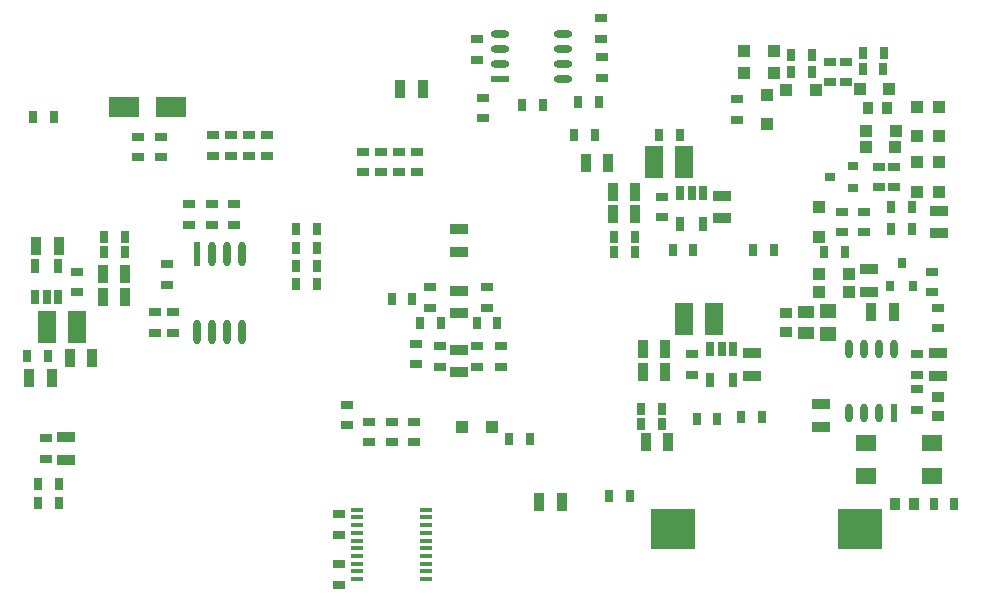
<source format=gbp>
G04 #@! TF.GenerationSoftware,KiCad,Pcbnew,5.0.0-rc3+dfsg1-1*
G04 #@! TF.CreationDate,2018-07-13T11:49:00+02:00*
G04 #@! TF.ProjectId,ulx3s,756C7833732E6B696361645F70636200,rev?*
G04 #@! TF.SameCoordinates,Original*
G04 #@! TF.FileFunction,Paste,Bot*
G04 #@! TF.FilePolarity,Positive*
%FSLAX46Y46*%
G04 Gerber Fmt 4.6, Leading zero omitted, Abs format (unit mm)*
G04 Created by KiCad (PCBNEW 5.0.0-rc3+dfsg1-1) date Fri Jul 13 11:49:00 2018*
%MOMM*%
%LPD*%
G01*
G04 APERTURE LIST*
%ADD10R,0.670000X1.000000*%
%ADD11R,3.700000X3.500000*%
%ADD12R,1.550000X0.600000*%
%ADD13O,1.550000X0.600000*%
%ADD14R,0.600000X2.100000*%
%ADD15O,0.600000X2.100000*%
%ADD16R,0.600000X1.550000*%
%ADD17O,0.600000X1.550000*%
%ADD18R,1.000000X0.400000*%
%ADD19R,0.700000X1.200000*%
%ADD20R,1.800000X1.400000*%
%ADD21R,0.970000X1.500000*%
%ADD22R,1.500000X0.970000*%
%ADD23R,1.000000X0.670000*%
%ADD24R,1.000000X1.000000*%
%ADD25R,1.500000X2.700000*%
%ADD26R,2.500000X1.800000*%
%ADD27R,0.800000X0.900000*%
%ADD28R,0.900000X0.800000*%
%ADD29R,0.820000X1.000000*%
%ADD30R,1.000000X0.820000*%
%ADD31R,1.400000X1.120000*%
%ADD32R,1.400000X1.295000*%
G04 APERTURE END LIST*
D10*
G04 #@! TO.C,C49*
X103738000Y-91156000D03*
X101988000Y-91156000D03*
G04 #@! TD*
D11*
G04 #@! TO.C,BAT1*
X172485000Y-105870000D03*
X156685000Y-105870000D03*
G04 #@! TD*
D12*
G04 #@! TO.C,U11*
X141980000Y-67706500D03*
D13*
X141980000Y-66436500D03*
X141980000Y-65166500D03*
X141980000Y-63896500D03*
X147380000Y-63896500D03*
X147380000Y-65166500D03*
X147380000Y-66436500D03*
X147380000Y-67706500D03*
G04 #@! TD*
D14*
G04 #@! TO.C,U10*
X116340000Y-82520000D03*
D15*
X117610000Y-82520000D03*
X118880000Y-82520000D03*
X120150000Y-82520000D03*
X120150000Y-89124000D03*
X118880000Y-89124000D03*
X117610000Y-89124000D03*
X116340000Y-89124000D03*
G04 #@! TD*
D16*
G04 #@! TO.C,U7*
X175395000Y-96015000D03*
D17*
X174125000Y-96015000D03*
X172855000Y-96015000D03*
X171585000Y-96015000D03*
X171585000Y-90615000D03*
X172855000Y-90615000D03*
X174125000Y-90615000D03*
X175395000Y-90615000D03*
G04 #@! TD*
D18*
G04 #@! TO.C,U6*
X129935000Y-104215000D03*
X129935000Y-104865000D03*
X129935000Y-105515000D03*
X129935000Y-106165000D03*
X129935000Y-106815000D03*
X129935000Y-107465000D03*
X129935000Y-108115000D03*
X129935000Y-108765000D03*
X129935000Y-109415000D03*
X129935000Y-110065000D03*
X135735000Y-110065000D03*
X135735000Y-109415000D03*
X135735000Y-108765000D03*
X135735000Y-108115000D03*
X135735000Y-107465000D03*
X135735000Y-106815000D03*
X135735000Y-106165000D03*
X135735000Y-105515000D03*
X135735000Y-104865000D03*
X135735000Y-104215000D03*
G04 #@! TD*
D19*
G04 #@! TO.C,U5*
X157285000Y-77392000D03*
X158235000Y-77392000D03*
X159185000Y-77392000D03*
X159185000Y-79992000D03*
X157285000Y-79992000D03*
G04 #@! TD*
G04 #@! TO.C,U3*
X159825000Y-90600000D03*
X160775000Y-90600000D03*
X161725000Y-90600000D03*
X161725000Y-93200000D03*
X159825000Y-93200000D03*
G04 #@! TD*
G04 #@! TO.C,U4*
X104575000Y-86215000D03*
X103625000Y-86215000D03*
X102675000Y-86215000D03*
X102675000Y-83615000D03*
X104575000Y-83615000D03*
G04 #@! TD*
D20*
G04 #@! TO.C,Y2*
X178576000Y-98522000D03*
X172976000Y-98522000D03*
X172976000Y-101322000D03*
X178576000Y-101322000D03*
G04 #@! TD*
D21*
G04 #@! TO.C,C47*
X133546000Y-68550000D03*
X135456000Y-68550000D03*
G04 #@! TD*
G04 #@! TO.C,C1*
X102748500Y-81885000D03*
X104658500Y-81885000D03*
G04 #@! TD*
D10*
G04 #@! TO.C,C2*
X153985000Y-96910000D03*
X155735000Y-96910000D03*
G04 #@! TD*
D21*
G04 #@! TO.C,C3*
X156015000Y-90630000D03*
X154105000Y-90630000D03*
G04 #@! TD*
G04 #@! TO.C,C4*
X154105000Y-92535000D03*
X156015000Y-92535000D03*
G04 #@! TD*
D22*
G04 #@! TO.C,C5*
X163315000Y-90945000D03*
X163315000Y-92855000D03*
G04 #@! TD*
D10*
G04 #@! TO.C,C6*
X151645000Y-82375000D03*
X153395000Y-82375000D03*
G04 #@! TD*
D21*
G04 #@! TO.C,C7*
X153475000Y-79200000D03*
X151565000Y-79200000D03*
G04 #@! TD*
G04 #@! TO.C,C8*
X153475000Y-77295000D03*
X151565000Y-77295000D03*
G04 #@! TD*
D22*
G04 #@! TO.C,C9*
X160775000Y-79520000D03*
X160775000Y-77610000D03*
G04 #@! TD*
D10*
G04 #@! TO.C,C10*
X108465000Y-81105000D03*
X110215000Y-81105000D03*
G04 #@! TD*
D21*
G04 #@! TO.C,C11*
X108385000Y-84280000D03*
X110295000Y-84280000D03*
G04 #@! TD*
G04 #@! TO.C,C12*
X110295000Y-86185000D03*
X108385000Y-86185000D03*
G04 #@! TD*
D22*
G04 #@! TO.C,C13*
X173221000Y-83833000D03*
X173221000Y-85743000D03*
G04 #@! TD*
D23*
G04 #@! TO.C,C14*
X175380000Y-76900000D03*
X175380000Y-75150000D03*
G04 #@! TD*
D22*
G04 #@! TO.C,C15*
X105276000Y-99967000D03*
X105276000Y-98057000D03*
G04 #@! TD*
D21*
G04 #@! TO.C,C16*
X173424000Y-87473000D03*
X175334000Y-87473000D03*
G04 #@! TD*
D22*
G04 #@! TO.C,C17*
X138500000Y-90665000D03*
X138500000Y-92575000D03*
G04 #@! TD*
D23*
G04 #@! TO.C,C18*
X150589600Y-64359000D03*
X150589600Y-62609000D03*
G04 #@! TD*
D22*
G04 #@! TO.C,C19*
X138500000Y-82375000D03*
X138500000Y-80465000D03*
G04 #@! TD*
G04 #@! TO.C,C20*
X138500000Y-87575000D03*
X138500000Y-85665000D03*
G04 #@! TD*
D21*
G04 #@! TO.C,C21*
X104072000Y-93061000D03*
X102162000Y-93061000D03*
G04 #@! TD*
G04 #@! TO.C,C22*
X154359000Y-98504000D03*
X156269000Y-98504000D03*
G04 #@! TD*
G04 #@! TO.C,C23*
X105591000Y-91392000D03*
X107501000Y-91392000D03*
G04 #@! TD*
G04 #@! TO.C,C24*
X151189000Y-74882000D03*
X149279000Y-74882000D03*
G04 #@! TD*
D23*
G04 #@! TO.C,C25*
X140900000Y-87095000D03*
X140900000Y-85345000D03*
G04 #@! TD*
G04 #@! TO.C,C26*
X136100000Y-87095000D03*
X136100000Y-85345000D03*
G04 #@! TD*
G04 #@! TO.C,C27*
X136900000Y-92095000D03*
X136900000Y-90345000D03*
G04 #@! TD*
G04 #@! TO.C,C28*
X140100000Y-90345000D03*
X140100000Y-92095000D03*
G04 #@! TD*
G04 #@! TO.C,C29*
X142100000Y-92095000D03*
X142100000Y-90345000D03*
G04 #@! TD*
G04 #@! TO.C,C30*
X134900000Y-90145000D03*
X134900000Y-91895000D03*
G04 #@! TD*
D10*
G04 #@! TO.C,C31*
X135225000Y-88420000D03*
X136975000Y-88420000D03*
G04 #@! TD*
G04 #@! TO.C,C32*
X140025000Y-88420000D03*
X141775000Y-88420000D03*
G04 #@! TD*
G04 #@! TO.C,C33*
X163425000Y-82220000D03*
X165175000Y-82220000D03*
G04 #@! TD*
G04 #@! TO.C,C34*
X158375000Y-82220000D03*
X156625000Y-82220000D03*
G04 #@! TD*
D23*
G04 #@! TO.C,C35*
X177300000Y-94025000D03*
X177300000Y-95775000D03*
G04 #@! TD*
D21*
G04 #@! TO.C,C46*
X145342000Y-103584000D03*
X147252000Y-103584000D03*
G04 #@! TD*
D10*
G04 #@! TO.C,C48*
X104246000Y-70963000D03*
X102496000Y-70963000D03*
G04 #@! TD*
D23*
G04 #@! TO.C,C50*
X179063000Y-88856000D03*
X179063000Y-87106000D03*
G04 #@! TD*
D10*
G04 #@! TO.C,C51*
X180473000Y-103711000D03*
X178723000Y-103711000D03*
G04 #@! TD*
G04 #@! TO.C,C52*
X158645000Y-96490000D03*
X160395000Y-96490000D03*
G04 #@! TD*
G04 #@! TO.C,C53*
X132827200Y-86330000D03*
X134577200Y-86330000D03*
G04 #@! TD*
D22*
G04 #@! TO.C,C54*
X169172000Y-95281000D03*
X169172000Y-97191000D03*
G04 #@! TD*
G04 #@! TO.C,D11*
X179190000Y-80790000D03*
X179190000Y-78880000D03*
G04 #@! TD*
D24*
G04 #@! TO.C,D10*
X169050000Y-84280000D03*
X171550000Y-84280000D03*
G04 #@! TD*
G04 #@! TO.C,D12*
X169030000Y-78585000D03*
X169030000Y-81085000D03*
G04 #@! TD*
G04 #@! TO.C,D13*
X171550000Y-85804000D03*
X169050000Y-85804000D03*
G04 #@! TD*
G04 #@! TO.C,D14*
X179190000Y-74775000D03*
X179190000Y-77275000D03*
G04 #@! TD*
G04 #@! TO.C,D15*
X177285000Y-77275000D03*
X177285000Y-74775000D03*
G04 #@! TD*
G04 #@! TO.C,D16*
X172987000Y-73503000D03*
X175487000Y-73503000D03*
G04 #@! TD*
G04 #@! TO.C,D17*
X164585000Y-69060000D03*
X164585000Y-71560000D03*
G04 #@! TD*
G04 #@! TO.C,D20*
X168756000Y-68659000D03*
X166256000Y-68659000D03*
G04 #@! TD*
G04 #@! TO.C,D21*
X174979000Y-68550000D03*
X172479000Y-68550000D03*
G04 #@! TD*
G04 #@! TO.C,D23*
X165200000Y-67262000D03*
X162700000Y-67262000D03*
G04 #@! TD*
G04 #@! TO.C,D24*
X162700000Y-65357000D03*
X165200000Y-65357000D03*
G04 #@! TD*
G04 #@! TO.C,D25*
X177285000Y-72594000D03*
X177285000Y-70094000D03*
G04 #@! TD*
G04 #@! TO.C,D26*
X179190000Y-70094000D03*
X179190000Y-72594000D03*
G04 #@! TD*
D23*
G04 #@! TO.C,R49*
X113277000Y-74360000D03*
X113277000Y-72610000D03*
G04 #@! TD*
G04 #@! TO.C,R50*
X111372000Y-72610000D03*
X111372000Y-74360000D03*
G04 #@! TD*
D10*
G04 #@! TO.C,R51*
X155455000Y-72487000D03*
X157205000Y-72487000D03*
G04 #@! TD*
D23*
G04 #@! TO.C,R52*
X171331000Y-66278000D03*
X171331000Y-68028000D03*
G04 #@! TD*
G04 #@! TO.C,R53*
X169919000Y-68028000D03*
X169919000Y-66278000D03*
G04 #@! TD*
D10*
G04 #@! TO.C,R54*
X174477000Y-65502000D03*
X172727000Y-65502000D03*
G04 #@! TD*
D23*
G04 #@! TO.C,R56*
X128390000Y-106321000D03*
X128390000Y-104571000D03*
G04 #@! TD*
G04 #@! TO.C,R57*
X117722000Y-72483000D03*
X117722000Y-74233000D03*
G04 #@! TD*
G04 #@! TO.C,R58*
X119246000Y-74233000D03*
X119246000Y-72483000D03*
G04 #@! TD*
G04 #@! TO.C,R59*
X120770000Y-72483000D03*
X120770000Y-74233000D03*
G04 #@! TD*
G04 #@! TO.C,R60*
X122294000Y-74233000D03*
X122294000Y-72483000D03*
G04 #@! TD*
D10*
G04 #@! TO.C,R61*
X145655000Y-69900000D03*
X143905000Y-69900000D03*
G04 #@! TD*
G04 #@! TO.C,R40*
X166631000Y-65738000D03*
X168381000Y-65738000D03*
G04 #@! TD*
D23*
G04 #@! TO.C,R55*
X134740000Y-96740000D03*
X134740000Y-98490000D03*
G04 #@! TD*
D22*
G04 #@! TO.C,C55*
X179078000Y-90963000D03*
X179078000Y-92873000D03*
G04 #@! TD*
D23*
G04 #@! TO.C,R65*
X177300000Y-92793000D03*
X177300000Y-91043000D03*
G04 #@! TD*
D25*
G04 #@! TO.C,L1*
X160140000Y-88090000D03*
X157600000Y-88090000D03*
G04 #@! TD*
G04 #@! TO.C,L2*
X103625000Y-88725000D03*
X106165000Y-88725000D03*
G04 #@! TD*
G04 #@! TO.C,L3*
X155060000Y-74755000D03*
X157600000Y-74755000D03*
G04 #@! TD*
D10*
G04 #@! TO.C,R1*
X171175000Y-82375000D03*
X169425000Y-82375000D03*
G04 #@! TD*
D23*
G04 #@! TO.C,R2*
X172840000Y-78960000D03*
X172840000Y-80710000D03*
G04 #@! TD*
G04 #@! TO.C,R3*
X162045000Y-71185000D03*
X162045000Y-69435000D03*
G04 #@! TD*
D10*
G04 #@! TO.C,R4*
X176890000Y-80470000D03*
X175140000Y-80470000D03*
G04 #@! TD*
D23*
G04 #@! TO.C,R5*
X174110000Y-75150000D03*
X174110000Y-76900000D03*
G04 #@! TD*
G04 #@! TO.C,R6*
X178555000Y-85790000D03*
X178555000Y-84040000D03*
G04 #@! TD*
G04 #@! TO.C,R7*
X113785000Y-85155000D03*
X113785000Y-83405000D03*
G04 #@! TD*
G04 #@! TO.C,R8*
X170935000Y-80710000D03*
X170935000Y-78960000D03*
G04 #@! TD*
G04 #@! TO.C,R9*
X128390000Y-110555000D03*
X128390000Y-108805000D03*
G04 #@! TD*
D10*
G04 #@! TO.C,R10*
X151264000Y-103076000D03*
X153014000Y-103076000D03*
G04 #@! TD*
D23*
G04 #@! TO.C,R11*
X119515000Y-80093000D03*
X119515000Y-78343000D03*
G04 #@! TD*
G04 #@! TO.C,R12*
X114308000Y-89219000D03*
X114308000Y-87469000D03*
G04 #@! TD*
D10*
G04 #@! TO.C,R13*
X175140000Y-78565000D03*
X176890000Y-78565000D03*
G04 #@! TD*
G04 #@! TO.C,R14*
X124721000Y-85060000D03*
X126471000Y-85060000D03*
G04 #@! TD*
G04 #@! TO.C,R15*
X126471000Y-83536000D03*
X124721000Y-83536000D03*
G04 #@! TD*
G04 #@! TO.C,R16*
X124721000Y-82012000D03*
X126471000Y-82012000D03*
G04 #@! TD*
G04 #@! TO.C,R17*
X126471000Y-80470000D03*
X124721000Y-80470000D03*
G04 #@! TD*
D23*
G04 #@! TO.C,R18*
X130422000Y-73898000D03*
X130422000Y-75648000D03*
G04 #@! TD*
G04 #@! TO.C,R19*
X131961000Y-73898000D03*
X131961000Y-75648000D03*
G04 #@! TD*
G04 #@! TO.C,R20*
X133485000Y-73898000D03*
X133485000Y-75648000D03*
G04 #@! TD*
G04 #@! TO.C,R21*
X135009000Y-75648000D03*
X135009000Y-73898000D03*
G04 #@! TD*
G04 #@! TO.C,R22*
X140025500Y-66105000D03*
X140025500Y-64355000D03*
G04 #@! TD*
G04 #@! TO.C,R23*
X140597000Y-71076000D03*
X140597000Y-69326000D03*
G04 #@! TD*
G04 #@! TO.C,R24*
X150615000Y-67647000D03*
X150615000Y-65897000D03*
G04 #@! TD*
D10*
G04 #@! TO.C,R25*
X148300000Y-72487000D03*
X150050000Y-72487000D03*
G04 #@! TD*
G04 #@! TO.C,R26*
X150362000Y-69693000D03*
X148612000Y-69693000D03*
G04 #@! TD*
D23*
G04 #@! TO.C,R27*
X129025000Y-95300000D03*
X129025000Y-97050000D03*
G04 #@! TD*
G04 #@! TO.C,R28*
X117595000Y-78343000D03*
X117595000Y-80093000D03*
G04 #@! TD*
G04 #@! TO.C,R29*
X112784000Y-89219000D03*
X112784000Y-87469000D03*
G04 #@! TD*
G04 #@! TO.C,R30*
X115690000Y-78343000D03*
X115690000Y-80093000D03*
G04 #@! TD*
D10*
G04 #@! TO.C,R31*
X142755000Y-98250000D03*
X144505000Y-98250000D03*
G04 #@! TD*
D23*
G04 #@! TO.C,R32*
X132835000Y-98490000D03*
X132835000Y-96740000D03*
G04 #@! TD*
G04 #@! TO.C,R33*
X130930000Y-96740000D03*
X130930000Y-98490000D03*
G04 #@! TD*
D10*
G04 #@! TO.C,R34*
X102877000Y-103600000D03*
X104627000Y-103600000D03*
G04 #@! TD*
G04 #@! TO.C,R35*
X102877000Y-102060000D03*
X104627000Y-102060000D03*
G04 #@! TD*
D23*
G04 #@! TO.C,R38*
X103576500Y-99905000D03*
X103576500Y-98155000D03*
G04 #@! TD*
D10*
G04 #@! TO.C,R39*
X164190000Y-96345000D03*
X162440000Y-96345000D03*
G04 #@! TD*
G04 #@! TO.C,R63*
X168381000Y-67135000D03*
X166631000Y-67135000D03*
G04 #@! TD*
G04 #@! TO.C,R64*
X174475000Y-66899000D03*
X172725000Y-66899000D03*
G04 #@! TD*
G04 #@! TO.C,RA1*
X153985000Y-95640000D03*
X155735000Y-95640000D03*
G04 #@! TD*
G04 #@! TO.C,RA2*
X110215000Y-82375000D03*
X108465000Y-82375000D03*
G04 #@! TD*
G04 #@! TO.C,RA3*
X151645000Y-81105000D03*
X153395000Y-81105000D03*
G04 #@! TD*
D23*
G04 #@! TO.C,RB1*
X158235000Y-92775000D03*
X158235000Y-91025000D03*
G04 #@! TD*
G04 #@! TO.C,RB2*
X106165000Y-85790000D03*
X106165000Y-84040000D03*
G04 #@! TD*
G04 #@! TO.C,RB3*
X155695000Y-79440000D03*
X155695000Y-77690000D03*
G04 #@! TD*
D26*
G04 #@! TO.C,D8*
X110149000Y-70074000D03*
X114149000Y-70074000D03*
G04 #@! TD*
D27*
G04 #@! TO.C,Q1*
X176015000Y-83280000D03*
X175065000Y-85280000D03*
X176965000Y-85280000D03*
G04 #@! TD*
D28*
G04 #@! TO.C,Q2*
X171935000Y-75075000D03*
X171935000Y-76975000D03*
X169935000Y-76025000D03*
G04 #@! TD*
D24*
G04 #@! TO.C,D27*
X175502000Y-72106000D03*
X173002000Y-72106000D03*
G04 #@! TD*
D29*
G04 #@! TO.C,R66*
X173198000Y-70201000D03*
X174798000Y-70201000D03*
G04 #@! TD*
D30*
G04 #@! TO.C,C56*
X179078000Y-96274000D03*
X179078000Y-94674000D03*
G04 #@! TD*
D29*
G04 #@! TO.C,C57*
X177084000Y-103711000D03*
X175484000Y-103711000D03*
G04 #@! TD*
D31*
G04 #@! TO.C,C58*
X167902000Y-89242000D03*
X167902000Y-87482000D03*
G04 #@! TD*
D30*
G04 #@! TO.C,C59*
X166251000Y-89162000D03*
X166251000Y-87562000D03*
G04 #@! TD*
D32*
G04 #@! TO.C,L4*
X169807000Y-87394500D03*
X169807000Y-89329500D03*
G04 #@! TD*
D24*
G04 #@! TO.C,D28*
X141324000Y-97234000D03*
X138824000Y-97234000D03*
G04 #@! TD*
M02*

</source>
